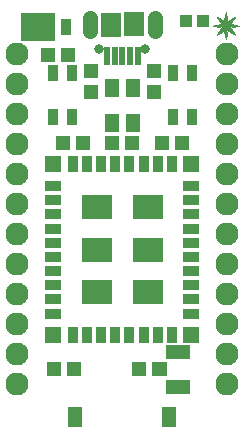
<source format=gts>
G75*
G70*
%OFA0B0*%
%FSLAX24Y24*%
%IPPOS*%
%LPD*%
%AMOC8*
5,1,8,0,0,1.08239X$1,22.5*
%
%ADD10R,0.0513X0.0474*%
%ADD11R,0.0237X0.0611*%
%ADD12R,0.0671X0.0828*%
%ADD13C,0.0316*%
%ADD14C,0.0513*%
%ADD15R,0.0552X0.0552*%
%ADD16R,0.0552X0.0356*%
%ADD17R,0.0356X0.0552*%
%ADD18R,0.1025X0.0828*%
%ADD19R,0.0336X0.0572*%
%ADD20R,0.0474X0.0513*%
%ADD21R,0.0395X0.0395*%
%ADD22C,0.0010*%
%ADD23R,0.0513X0.0631*%
%ADD24R,0.0789X0.0493*%
%ADD25R,0.0493X0.0474*%
%ADD26R,0.0474X0.0671*%
%ADD27C,0.0770*%
%ADD28R,0.1130X0.0980*%
%ADD29R,0.0380X0.0580*%
D10*
X002958Y002255D03*
X003627Y002255D03*
X005808Y002255D03*
X006477Y002255D03*
X006558Y009805D03*
X007227Y009805D03*
X006293Y011520D03*
X006293Y012190D03*
X004193Y012190D03*
X004193Y011520D03*
X003927Y009805D03*
X003258Y009805D03*
D11*
X004731Y012702D03*
X004987Y012702D03*
X005243Y012702D03*
X005499Y012702D03*
X005755Y012702D03*
D12*
X005637Y013755D03*
X004849Y013751D03*
D13*
X004475Y012928D03*
X006011Y012928D03*
D14*
X006335Y013538D02*
X006335Y013972D01*
X004150Y013972D02*
X004150Y013538D01*
D15*
X002940Y009098D03*
X002940Y003389D03*
X007546Y003389D03*
X007546Y009098D03*
D16*
X007546Y008369D03*
X007546Y007897D03*
X007546Y007424D03*
X007546Y006952D03*
X007546Y006479D03*
X007546Y006007D03*
X007546Y005535D03*
X007546Y005062D03*
X007546Y004590D03*
X007546Y004117D03*
X002940Y004117D03*
X002940Y004590D03*
X002940Y005062D03*
X002940Y005535D03*
X002940Y006007D03*
X002940Y006479D03*
X002940Y006952D03*
X002940Y007424D03*
X002940Y007897D03*
X002940Y008369D03*
D17*
X003589Y009098D03*
X004062Y009098D03*
X004534Y009098D03*
X005007Y009098D03*
X005479Y009098D03*
X005951Y009098D03*
X006424Y009098D03*
X006896Y009098D03*
X006896Y003389D03*
X006424Y003389D03*
X005951Y003389D03*
X005479Y003389D03*
X005007Y003389D03*
X004534Y003389D03*
X004062Y003389D03*
X003589Y003389D03*
D18*
X004396Y004826D03*
X004396Y006243D03*
X004396Y007661D03*
X006089Y007661D03*
X006089Y006243D03*
X006089Y004826D03*
D19*
X006938Y010667D03*
X007548Y010667D03*
X007548Y012143D03*
X006938Y012143D03*
X003548Y012143D03*
X002938Y012143D03*
X002938Y010667D03*
X003548Y010667D03*
D20*
X003427Y012725D03*
X002758Y012725D03*
X004908Y009805D03*
X005577Y009805D03*
D21*
X007348Y013885D03*
X007938Y013885D03*
D22*
X008253Y013715D02*
X008483Y013665D01*
X008523Y013715D01*
X008483Y013765D01*
X008253Y013715D01*
X008272Y013711D02*
X008520Y013711D01*
X008519Y013719D02*
X008273Y013719D01*
X008312Y013728D02*
X008512Y013728D01*
X008506Y013736D02*
X008351Y013736D01*
X008390Y013745D02*
X008499Y013745D01*
X008492Y013753D02*
X008429Y013753D01*
X008469Y013762D02*
X008485Y013762D01*
X008532Y013796D02*
X008857Y013796D01*
X008862Y013804D02*
X008526Y013804D01*
X008521Y013813D02*
X008868Y013813D01*
X008874Y013821D02*
X008515Y013821D01*
X008510Y013830D02*
X008685Y013830D01*
X008693Y013825D02*
X008393Y014015D01*
X008583Y013715D01*
X008383Y013395D01*
X008693Y013595D01*
X009003Y013405D01*
X008803Y013715D01*
X009003Y014015D01*
X008693Y013825D01*
X008701Y013830D02*
X008879Y013830D01*
X008885Y013838D02*
X008715Y013838D01*
X008729Y013847D02*
X008891Y013847D01*
X008896Y013855D02*
X008742Y013855D01*
X008756Y013864D02*
X008902Y013864D01*
X008908Y013872D02*
X008770Y013872D01*
X008784Y013881D02*
X008913Y013881D01*
X008919Y013889D02*
X008798Y013889D01*
X008812Y013898D02*
X008925Y013898D01*
X008930Y013906D02*
X008826Y013906D01*
X008839Y013915D02*
X008936Y013915D01*
X008942Y013923D02*
X008853Y013923D01*
X008867Y013932D02*
X008947Y013932D01*
X008953Y013940D02*
X008881Y013940D01*
X008895Y013949D02*
X008959Y013949D01*
X008964Y013957D02*
X008909Y013957D01*
X008923Y013966D02*
X008970Y013966D01*
X008976Y013974D02*
X008937Y013974D01*
X008950Y013983D02*
X008981Y013983D01*
X008987Y013991D02*
X008964Y013991D01*
X008978Y014000D02*
X008993Y014000D01*
X008992Y014008D02*
X008998Y014008D01*
X008956Y013753D02*
X008896Y013753D01*
X008891Y013745D02*
X008995Y013745D01*
X009034Y013736D02*
X008886Y013736D01*
X008881Y013728D02*
X009074Y013728D01*
X009075Y013702D02*
X008880Y013702D01*
X008885Y013694D02*
X009036Y013694D01*
X008997Y013685D02*
X008891Y013685D01*
X008896Y013677D02*
X008957Y013677D01*
X008918Y013668D02*
X008901Y013668D01*
X008903Y013665D02*
X009133Y013715D01*
X008903Y013765D01*
X008873Y013715D01*
X008903Y013665D01*
X008875Y013711D02*
X009114Y013711D01*
X009113Y013719D02*
X008875Y013719D01*
X008901Y013762D02*
X008917Y013762D01*
X008851Y013787D02*
X008537Y013787D01*
X008542Y013779D02*
X008845Y013779D01*
X008840Y013770D02*
X008548Y013770D01*
X008553Y013762D02*
X008834Y013762D01*
X008828Y013753D02*
X008558Y013753D01*
X008564Y013745D02*
X008823Y013745D01*
X008817Y013736D02*
X008569Y013736D01*
X008575Y013728D02*
X008811Y013728D01*
X008806Y013719D02*
X008580Y013719D01*
X008580Y013711D02*
X008805Y013711D01*
X008811Y013702D02*
X008575Y013702D01*
X008570Y013694D02*
X008816Y013694D01*
X008822Y013685D02*
X008564Y013685D01*
X008559Y013677D02*
X008827Y013677D01*
X008833Y013668D02*
X008554Y013668D01*
X008548Y013660D02*
X008838Y013660D01*
X008844Y013651D02*
X008543Y013651D01*
X008538Y013643D02*
X008849Y013643D01*
X008855Y013634D02*
X008532Y013634D01*
X008527Y013626D02*
X008860Y013626D01*
X008866Y013617D02*
X008522Y013617D01*
X008516Y013609D02*
X008871Y013609D01*
X008877Y013600D02*
X008511Y013600D01*
X008506Y013592D02*
X008688Y013592D01*
X008698Y013592D02*
X008882Y013592D01*
X008888Y013583D02*
X008712Y013583D01*
X008726Y013575D02*
X008893Y013575D01*
X008899Y013566D02*
X008739Y013566D01*
X008753Y013558D02*
X008904Y013558D01*
X008910Y013549D02*
X008767Y013549D01*
X008781Y013541D02*
X008915Y013541D01*
X008921Y013532D02*
X008795Y013532D01*
X008809Y013524D02*
X008926Y013524D01*
X008932Y013515D02*
X008823Y013515D01*
X008837Y013507D02*
X008937Y013507D01*
X008943Y013498D02*
X008850Y013498D01*
X008864Y013490D02*
X008948Y013490D01*
X008954Y013481D02*
X008878Y013481D01*
X008892Y013473D02*
X008959Y013473D01*
X008964Y013464D02*
X008906Y013464D01*
X008920Y013456D02*
X008970Y013456D01*
X008975Y013447D02*
X008934Y013447D01*
X008948Y013439D02*
X008981Y013439D01*
X008986Y013430D02*
X008961Y013430D01*
X008975Y013422D02*
X008992Y013422D01*
X008989Y013413D02*
X008997Y013413D01*
X008734Y013464D02*
X008651Y013464D01*
X008653Y013456D02*
X008733Y013456D01*
X008731Y013447D02*
X008655Y013447D01*
X008657Y013439D02*
X008729Y013439D01*
X008727Y013430D02*
X008658Y013430D01*
X008660Y013422D02*
X008725Y013422D01*
X008724Y013413D02*
X008662Y013413D01*
X008664Y013405D02*
X008722Y013405D01*
X008720Y013396D02*
X008665Y013396D01*
X008667Y013388D02*
X008718Y013388D01*
X008717Y013379D02*
X008669Y013379D01*
X008671Y013371D02*
X008715Y013371D01*
X008713Y013362D02*
X008673Y013362D01*
X008674Y013354D02*
X008711Y013354D01*
X008710Y013345D02*
X008676Y013345D01*
X008678Y013337D02*
X008708Y013337D01*
X008706Y013328D02*
X008680Y013328D01*
X008681Y013320D02*
X008704Y013320D01*
X008702Y013311D02*
X008683Y013311D01*
X008685Y013303D02*
X008701Y013303D01*
X008699Y013294D02*
X008687Y013294D01*
X008688Y013286D02*
X008697Y013286D01*
X008695Y013277D02*
X008690Y013277D01*
X008692Y013269D02*
X008694Y013269D01*
X008693Y013265D02*
X008743Y013505D01*
X008693Y013535D01*
X008643Y013505D01*
X008693Y013265D01*
X008649Y013473D02*
X008736Y013473D01*
X008738Y013481D02*
X008648Y013481D01*
X008646Y013490D02*
X008740Y013490D01*
X008741Y013498D02*
X008644Y013498D01*
X008646Y013507D02*
X008740Y013507D01*
X008725Y013515D02*
X008660Y013515D01*
X008674Y013524D02*
X008711Y013524D01*
X008697Y013532D02*
X008688Y013532D01*
X008662Y013575D02*
X008495Y013575D01*
X008490Y013566D02*
X008648Y013566D01*
X008635Y013558D02*
X008485Y013558D01*
X008479Y013549D02*
X008622Y013549D01*
X008609Y013541D02*
X008474Y013541D01*
X008469Y013532D02*
X008596Y013532D01*
X008583Y013524D02*
X008463Y013524D01*
X008458Y013515D02*
X008569Y013515D01*
X008556Y013507D02*
X008453Y013507D01*
X008447Y013498D02*
X008543Y013498D01*
X008530Y013490D02*
X008442Y013490D01*
X008437Y013481D02*
X008517Y013481D01*
X008504Y013473D02*
X008431Y013473D01*
X008426Y013464D02*
X008490Y013464D01*
X008477Y013456D02*
X008421Y013456D01*
X008416Y013447D02*
X008464Y013447D01*
X008451Y013439D02*
X008410Y013439D01*
X008405Y013430D02*
X008438Y013430D01*
X008424Y013422D02*
X008400Y013422D01*
X008394Y013413D02*
X008411Y013413D01*
X008398Y013405D02*
X008389Y013405D01*
X008385Y013396D02*
X008384Y013396D01*
X008501Y013583D02*
X008675Y013583D01*
X008513Y013702D02*
X008311Y013702D01*
X008350Y013694D02*
X008506Y013694D01*
X008499Y013685D02*
X008389Y013685D01*
X008428Y013677D02*
X008492Y013677D01*
X008486Y013668D02*
X008467Y013668D01*
X008505Y013838D02*
X008672Y013838D01*
X008658Y013847D02*
X008499Y013847D01*
X008494Y013855D02*
X008645Y013855D01*
X008631Y013864D02*
X008489Y013864D01*
X008483Y013872D02*
X008618Y013872D01*
X008605Y013881D02*
X008478Y013881D01*
X008472Y013889D02*
X008591Y013889D01*
X008578Y013898D02*
X008467Y013898D01*
X008462Y013906D02*
X008564Y013906D01*
X008551Y013915D02*
X008456Y013915D01*
X008451Y013923D02*
X008537Y013923D01*
X008524Y013932D02*
X008445Y013932D01*
X008440Y013940D02*
X008511Y013940D01*
X008497Y013949D02*
X008435Y013949D01*
X008429Y013957D02*
X008484Y013957D01*
X008470Y013966D02*
X008424Y013966D01*
X008419Y013974D02*
X008457Y013974D01*
X008443Y013983D02*
X008413Y013983D01*
X008408Y013991D02*
X008430Y013991D01*
X008417Y014000D02*
X008402Y014000D01*
X008403Y014008D02*
X008397Y014008D01*
X008652Y013957D02*
X008734Y013957D01*
X008736Y013949D02*
X008650Y013949D01*
X008648Y013940D02*
X008738Y013940D01*
X008739Y013932D02*
X008646Y013932D01*
X008645Y013923D02*
X008741Y013923D01*
X008743Y013915D02*
X008693Y014155D01*
X008643Y013915D01*
X008743Y013915D01*
X008693Y013885D01*
X008643Y013915D01*
X008657Y013906D02*
X008728Y013906D01*
X008714Y013898D02*
X008671Y013898D01*
X008685Y013889D02*
X008700Y013889D01*
X008732Y013966D02*
X008653Y013966D01*
X008655Y013974D02*
X008730Y013974D01*
X008729Y013983D02*
X008657Y013983D01*
X008659Y013991D02*
X008727Y013991D01*
X008725Y014000D02*
X008660Y014000D01*
X008662Y014008D02*
X008723Y014008D01*
X008722Y014017D02*
X008664Y014017D01*
X008666Y014025D02*
X008720Y014025D01*
X008718Y014034D02*
X008668Y014034D01*
X008669Y014042D02*
X008716Y014042D01*
X008714Y014051D02*
X008671Y014051D01*
X008673Y014059D02*
X008713Y014059D01*
X008711Y014068D02*
X008675Y014068D01*
X008676Y014076D02*
X008709Y014076D01*
X008707Y014085D02*
X008678Y014085D01*
X008680Y014093D02*
X008706Y014093D01*
X008704Y014102D02*
X008682Y014102D01*
X008684Y014110D02*
X008702Y014110D01*
X008700Y014119D02*
X008685Y014119D01*
X008687Y014127D02*
X008699Y014127D01*
X008697Y014136D02*
X008689Y014136D01*
X008691Y014144D02*
X008695Y014144D01*
X008692Y014153D02*
X008693Y014153D01*
D23*
X005597Y011626D03*
X005597Y010484D03*
X004888Y010484D03*
X004888Y011626D03*
D24*
X007093Y002836D03*
X007093Y001674D03*
D25*
X006491Y002255D03*
D26*
X006808Y000655D03*
X003658Y000655D03*
D27*
X001743Y001755D03*
X001743Y002755D03*
X001743Y003755D03*
X001743Y004755D03*
X001743Y005755D03*
X001743Y006755D03*
X001743Y007755D03*
X001743Y008755D03*
X001743Y009755D03*
X001743Y010755D03*
X001743Y011755D03*
X001743Y012755D03*
X008743Y012755D03*
X008743Y011755D03*
X008743Y010755D03*
X008743Y009755D03*
X008743Y008755D03*
X008743Y007755D03*
X008743Y006755D03*
X008743Y005755D03*
X008743Y004755D03*
X008743Y003755D03*
X008743Y002755D03*
X008743Y001755D03*
D28*
X002443Y013655D03*
D29*
X003368Y013655D03*
M02*

</source>
